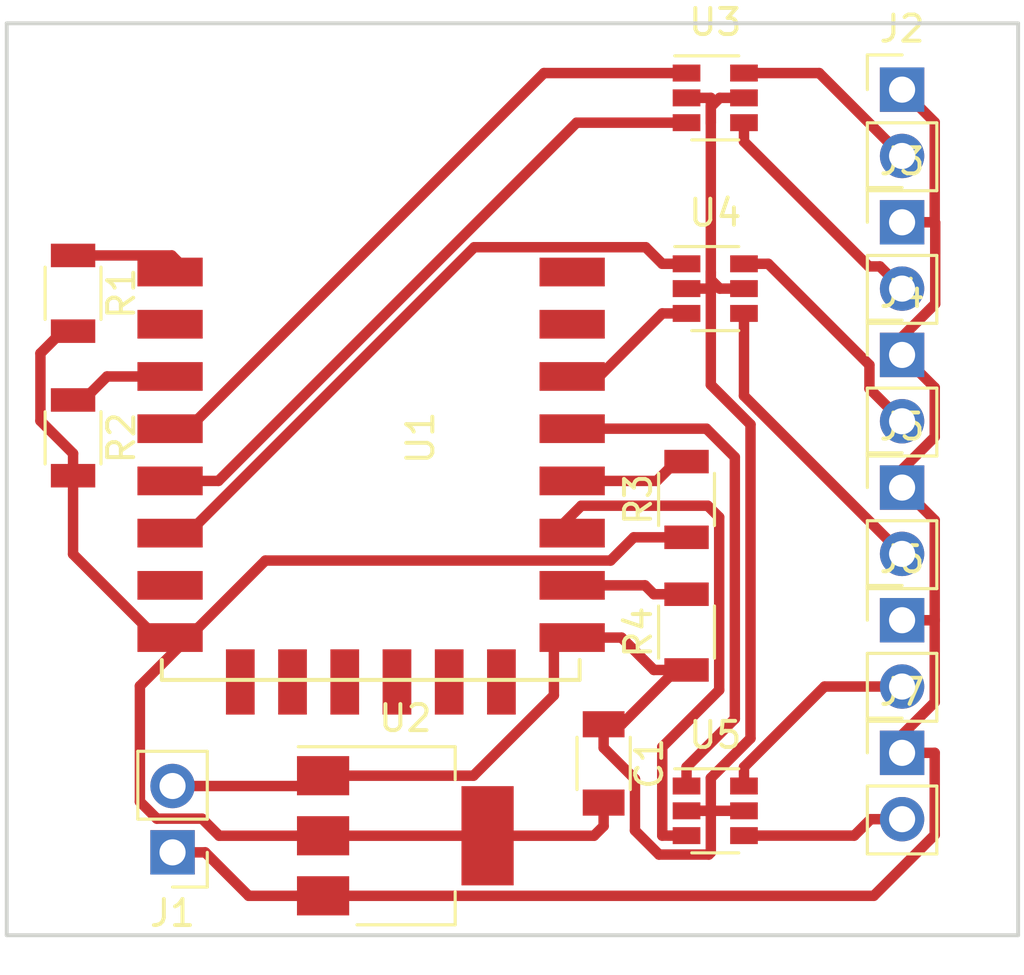
<source format=kicad_pcb>
(kicad_pcb (version 4) (host pcbnew 4.0.7-e2-6376~58~ubuntu17.04.1)

  (general
    (links 39)
    (no_connects 3)
    (area 79.625 42.16 119.04762 79.87)
    (thickness 1.6)
    (drawings 4)
    (tracks 140)
    (zones 0)
    (modules 17)
    (nets 30)
  )

  (page A4)
  (layers
    (0 F.Cu signal)
    (31 B.Cu signal)
    (32 B.Adhes user)
    (33 F.Adhes user)
    (34 B.Paste user)
    (35 F.Paste user)
    (36 B.SilkS user)
    (37 F.SilkS user)
    (38 B.Mask user)
    (39 F.Mask user)
    (40 Dwgs.User user)
    (41 Cmts.User user)
    (42 Eco1.User user)
    (43 Eco2.User user)
    (44 Edge.Cuts user)
    (45 Margin user)
    (46 B.CrtYd user)
    (47 F.CrtYd user)
    (48 B.Fab user)
    (49 F.Fab user)
  )

  (setup
    (last_trace_width 0.4)
    (trace_clearance 0.2)
    (zone_clearance 0.508)
    (zone_45_only no)
    (trace_min 0.2)
    (segment_width 0.2)
    (edge_width 0.15)
    (via_size 0.6)
    (via_drill 0.4)
    (via_min_size 0.4)
    (via_min_drill 0.3)
    (uvia_size 0.3)
    (uvia_drill 0.1)
    (uvias_allowed no)
    (uvia_min_size 0.2)
    (uvia_min_drill 0.1)
    (pcb_text_width 0.3)
    (pcb_text_size 1.5 1.5)
    (mod_edge_width 0.15)
    (mod_text_size 1 1)
    (mod_text_width 0.15)
    (pad_size 1.524 1.524)
    (pad_drill 0.762)
    (pad_to_mask_clearance 0.2)
    (aux_axis_origin 80.01 78.105)
    (grid_origin 80.01 78.105)
    (visible_elements FFFFFF7F)
    (pcbplotparams
      (layerselection 0x01000_80000001)
      (usegerberextensions false)
      (excludeedgelayer true)
      (linewidth 0.100000)
      (plotframeref false)
      (viasonmask false)
      (mode 1)
      (useauxorigin false)
      (hpglpennumber 1)
      (hpglpenspeed 20)
      (hpglpendiameter 15)
      (hpglpenoverlay 2)
      (psnegative false)
      (psa4output false)
      (plotreference true)
      (plotvalue true)
      (plotinvisibletext false)
      (padsonsilk false)
      (subtractmaskfromsilk false)
      (outputformat 1)
      (mirror false)
      (drillshape 0)
      (scaleselection 1)
      (outputdirectory ""))
  )

  (net 0 "")
  (net 1 GND)
  (net 2 +3V3)
  (net 3 +12V)
  (net 4 /STRIP1)
  (net 5 /STRIP2)
  (net 6 /STRIP3)
  (net 7 /STRIP4)
  (net 8 /STRIP5)
  (net 9 /STRIP6)
  (net 10 "Net-(R1-Pad1)")
  (net 11 "Net-(R2-Pad1)")
  (net 12 "Net-(R3-Pad2)")
  (net 13 "Net-(R4-Pad2)")
  (net 14 "Net-(U1-Pad2)")
  (net 15 /L4)
  (net 16 /L5)
  (net 17 /L6)
  (net 18 "Net-(U1-Pad7)")
  (net 19 /L3)
  (net 20 /L2)
  (net 21 /L1)
  (net 22 "Net-(U1-Pad15)")
  (net 23 "Net-(U1-Pad16)")
  (net 24 "Net-(U1-Pad17)")
  (net 25 "Net-(U1-Pad18)")
  (net 26 "Net-(U1-Pad19)")
  (net 27 "Net-(U1-Pad20)")
  (net 28 "Net-(U1-Pad21)")
  (net 29 "Net-(U1-Pad22)")

  (net_class Default "This is the default net class."
    (clearance 0.2)
    (trace_width 0.4)
    (via_dia 0.6)
    (via_drill 0.4)
    (uvia_dia 0.3)
    (uvia_drill 0.1)
    (add_net +12V)
    (add_net +3V3)
    (add_net /L1)
    (add_net /L2)
    (add_net /L3)
    (add_net /L4)
    (add_net /L5)
    (add_net /L6)
    (add_net /STRIP1)
    (add_net /STRIP2)
    (add_net /STRIP3)
    (add_net /STRIP4)
    (add_net /STRIP5)
    (add_net /STRIP6)
    (add_net GND)
    (add_net "Net-(R1-Pad1)")
    (add_net "Net-(R2-Pad1)")
    (add_net "Net-(R3-Pad2)")
    (add_net "Net-(R4-Pad2)")
    (add_net "Net-(U1-Pad15)")
    (add_net "Net-(U1-Pad16)")
    (add_net "Net-(U1-Pad17)")
    (add_net "Net-(U1-Pad18)")
    (add_net "Net-(U1-Pad19)")
    (add_net "Net-(U1-Pad2)")
    (add_net "Net-(U1-Pad20)")
    (add_net "Net-(U1-Pad21)")
    (add_net "Net-(U1-Pad22)")
    (add_net "Net-(U1-Pad7)")
  )

  (module Capacitors_SMD:C_1206 (layer F.Cu) (tedit 58AA84B8) (tstamp 59BC1746)
    (at 102.87 71.525 270)
    (descr "Capacitor SMD 1206, reflow soldering, AVX (see smccp.pdf)")
    (tags "capacitor 1206")
    (path /59BAF594)
    (attr smd)
    (fp_text reference C1 (at 0 -1.75 270) (layer F.SilkS)
      (effects (font (size 1 1) (thickness 0.15)))
    )
    (fp_text value 100n (at 0 2 270) (layer F.Fab)
      (effects (font (size 1 1) (thickness 0.15)))
    )
    (fp_text user %R (at 0 -1.75 270) (layer F.Fab)
      (effects (font (size 1 1) (thickness 0.15)))
    )
    (fp_line (start -1.6 0.8) (end -1.6 -0.8) (layer F.Fab) (width 0.1))
    (fp_line (start 1.6 0.8) (end -1.6 0.8) (layer F.Fab) (width 0.1))
    (fp_line (start 1.6 -0.8) (end 1.6 0.8) (layer F.Fab) (width 0.1))
    (fp_line (start -1.6 -0.8) (end 1.6 -0.8) (layer F.Fab) (width 0.1))
    (fp_line (start 1 -1.02) (end -1 -1.02) (layer F.SilkS) (width 0.12))
    (fp_line (start -1 1.02) (end 1 1.02) (layer F.SilkS) (width 0.12))
    (fp_line (start -2.25 -1.05) (end 2.25 -1.05) (layer F.CrtYd) (width 0.05))
    (fp_line (start -2.25 -1.05) (end -2.25 1.05) (layer F.CrtYd) (width 0.05))
    (fp_line (start 2.25 1.05) (end 2.25 -1.05) (layer F.CrtYd) (width 0.05))
    (fp_line (start 2.25 1.05) (end -2.25 1.05) (layer F.CrtYd) (width 0.05))
    (pad 1 smd rect (at -1.5 0 270) (size 1 1.6) (layers F.Cu F.Paste F.Mask)
      (net 1 GND))
    (pad 2 smd rect (at 1.5 0 270) (size 1 1.6) (layers F.Cu F.Paste F.Mask)
      (net 2 +3V3))
    (model Capacitors_SMD.3dshapes/C_1206.wrl
      (at (xyz 0 0 0))
      (scale (xyz 1 1 1))
      (rotate (xyz 0 0 0))
    )
  )

  (module Socket_Strips:Socket_Strip_Straight_1x02_Pitch2.54mm (layer F.Cu) (tedit 58CD5446) (tstamp 59BC174C)
    (at 86.36 74.93 180)
    (descr "Through hole straight socket strip, 1x02, 2.54mm pitch, single row")
    (tags "Through hole socket strip THT 1x02 2.54mm single row")
    (path /59BB092F)
    (fp_text reference J1 (at 0 -2.33 180) (layer F.SilkS)
      (effects (font (size 1 1) (thickness 0.15)))
    )
    (fp_text value Conn_01x02 (at 0 4.87 180) (layer F.Fab)
      (effects (font (size 1 1) (thickness 0.15)))
    )
    (fp_line (start -1.27 -1.27) (end -1.27 3.81) (layer F.Fab) (width 0.1))
    (fp_line (start -1.27 3.81) (end 1.27 3.81) (layer F.Fab) (width 0.1))
    (fp_line (start 1.27 3.81) (end 1.27 -1.27) (layer F.Fab) (width 0.1))
    (fp_line (start 1.27 -1.27) (end -1.27 -1.27) (layer F.Fab) (width 0.1))
    (fp_line (start -1.33 1.27) (end -1.33 3.87) (layer F.SilkS) (width 0.12))
    (fp_line (start -1.33 3.87) (end 1.33 3.87) (layer F.SilkS) (width 0.12))
    (fp_line (start 1.33 3.87) (end 1.33 1.27) (layer F.SilkS) (width 0.12))
    (fp_line (start 1.33 1.27) (end -1.33 1.27) (layer F.SilkS) (width 0.12))
    (fp_line (start -1.33 0) (end -1.33 -1.33) (layer F.SilkS) (width 0.12))
    (fp_line (start -1.33 -1.33) (end 0 -1.33) (layer F.SilkS) (width 0.12))
    (fp_line (start -1.8 -1.8) (end -1.8 4.35) (layer F.CrtYd) (width 0.05))
    (fp_line (start -1.8 4.35) (end 1.8 4.35) (layer F.CrtYd) (width 0.05))
    (fp_line (start 1.8 4.35) (end 1.8 -1.8) (layer F.CrtYd) (width 0.05))
    (fp_line (start 1.8 -1.8) (end -1.8 -1.8) (layer F.CrtYd) (width 0.05))
    (fp_text user %R (at 0 -2.33 180) (layer F.Fab)
      (effects (font (size 1 1) (thickness 0.15)))
    )
    (pad 1 thru_hole rect (at 0 0 180) (size 1.7 1.7) (drill 1) (layers *.Cu *.Mask)
      (net 3 +12V))
    (pad 2 thru_hole oval (at 0 2.54 180) (size 1.7 1.7) (drill 1) (layers *.Cu *.Mask)
      (net 1 GND))
    (model ${KISYS3DMOD}/Socket_Strips.3dshapes/Socket_Strip_Straight_1x02_Pitch2.54mm.wrl
      (at (xyz 0 -0.05 0))
      (scale (xyz 1 1 1))
      (rotate (xyz 0 0 270))
    )
  )

  (module Socket_Strips:Socket_Strip_Straight_1x02_Pitch2.54mm (layer F.Cu) (tedit 58CD5446) (tstamp 59BC1752)
    (at 114.3 45.72)
    (descr "Through hole straight socket strip, 1x02, 2.54mm pitch, single row")
    (tags "Through hole socket strip THT 1x02 2.54mm single row")
    (path /59BB00EE)
    (fp_text reference J2 (at 0 -2.33) (layer F.SilkS)
      (effects (font (size 1 1) (thickness 0.15)))
    )
    (fp_text value Conn_01x02 (at 0 4.87) (layer F.Fab)
      (effects (font (size 1 1) (thickness 0.15)))
    )
    (fp_line (start -1.27 -1.27) (end -1.27 3.81) (layer F.Fab) (width 0.1))
    (fp_line (start -1.27 3.81) (end 1.27 3.81) (layer F.Fab) (width 0.1))
    (fp_line (start 1.27 3.81) (end 1.27 -1.27) (layer F.Fab) (width 0.1))
    (fp_line (start 1.27 -1.27) (end -1.27 -1.27) (layer F.Fab) (width 0.1))
    (fp_line (start -1.33 1.27) (end -1.33 3.87) (layer F.SilkS) (width 0.12))
    (fp_line (start -1.33 3.87) (end 1.33 3.87) (layer F.SilkS) (width 0.12))
    (fp_line (start 1.33 3.87) (end 1.33 1.27) (layer F.SilkS) (width 0.12))
    (fp_line (start 1.33 1.27) (end -1.33 1.27) (layer F.SilkS) (width 0.12))
    (fp_line (start -1.33 0) (end -1.33 -1.33) (layer F.SilkS) (width 0.12))
    (fp_line (start -1.33 -1.33) (end 0 -1.33) (layer F.SilkS) (width 0.12))
    (fp_line (start -1.8 -1.8) (end -1.8 4.35) (layer F.CrtYd) (width 0.05))
    (fp_line (start -1.8 4.35) (end 1.8 4.35) (layer F.CrtYd) (width 0.05))
    (fp_line (start 1.8 4.35) (end 1.8 -1.8) (layer F.CrtYd) (width 0.05))
    (fp_line (start 1.8 -1.8) (end -1.8 -1.8) (layer F.CrtYd) (width 0.05))
    (fp_text user %R (at 0 -2.33) (layer F.Fab)
      (effects (font (size 1 1) (thickness 0.15)))
    )
    (pad 1 thru_hole rect (at 0 0) (size 1.7 1.7) (drill 1) (layers *.Cu *.Mask)
      (net 3 +12V))
    (pad 2 thru_hole oval (at 0 2.54) (size 1.7 1.7) (drill 1) (layers *.Cu *.Mask)
      (net 4 /STRIP1))
    (model ${KISYS3DMOD}/Socket_Strips.3dshapes/Socket_Strip_Straight_1x02_Pitch2.54mm.wrl
      (at (xyz 0 -0.05 0))
      (scale (xyz 1 1 1))
      (rotate (xyz 0 0 270))
    )
  )

  (module Socket_Strips:Socket_Strip_Straight_1x02_Pitch2.54mm (layer F.Cu) (tedit 58CD5446) (tstamp 59BC1758)
    (at 114.3 50.8)
    (descr "Through hole straight socket strip, 1x02, 2.54mm pitch, single row")
    (tags "Through hole socket strip THT 1x02 2.54mm single row")
    (path /59BB023A)
    (fp_text reference J3 (at 0 -2.33) (layer F.SilkS)
      (effects (font (size 1 1) (thickness 0.15)))
    )
    (fp_text value Conn_01x02 (at 0 4.87) (layer F.Fab)
      (effects (font (size 1 1) (thickness 0.15)))
    )
    (fp_line (start -1.27 -1.27) (end -1.27 3.81) (layer F.Fab) (width 0.1))
    (fp_line (start -1.27 3.81) (end 1.27 3.81) (layer F.Fab) (width 0.1))
    (fp_line (start 1.27 3.81) (end 1.27 -1.27) (layer F.Fab) (width 0.1))
    (fp_line (start 1.27 -1.27) (end -1.27 -1.27) (layer F.Fab) (width 0.1))
    (fp_line (start -1.33 1.27) (end -1.33 3.87) (layer F.SilkS) (width 0.12))
    (fp_line (start -1.33 3.87) (end 1.33 3.87) (layer F.SilkS) (width 0.12))
    (fp_line (start 1.33 3.87) (end 1.33 1.27) (layer F.SilkS) (width 0.12))
    (fp_line (start 1.33 1.27) (end -1.33 1.27) (layer F.SilkS) (width 0.12))
    (fp_line (start -1.33 0) (end -1.33 -1.33) (layer F.SilkS) (width 0.12))
    (fp_line (start -1.33 -1.33) (end 0 -1.33) (layer F.SilkS) (width 0.12))
    (fp_line (start -1.8 -1.8) (end -1.8 4.35) (layer F.CrtYd) (width 0.05))
    (fp_line (start -1.8 4.35) (end 1.8 4.35) (layer F.CrtYd) (width 0.05))
    (fp_line (start 1.8 4.35) (end 1.8 -1.8) (layer F.CrtYd) (width 0.05))
    (fp_line (start 1.8 -1.8) (end -1.8 -1.8) (layer F.CrtYd) (width 0.05))
    (fp_text user %R (at 0 -2.33) (layer F.Fab)
      (effects (font (size 1 1) (thickness 0.15)))
    )
    (pad 1 thru_hole rect (at 0 0) (size 1.7 1.7) (drill 1) (layers *.Cu *.Mask)
      (net 3 +12V))
    (pad 2 thru_hole oval (at 0 2.54) (size 1.7 1.7) (drill 1) (layers *.Cu *.Mask)
      (net 5 /STRIP2))
    (model ${KISYS3DMOD}/Socket_Strips.3dshapes/Socket_Strip_Straight_1x02_Pitch2.54mm.wrl
      (at (xyz 0 -0.05 0))
      (scale (xyz 1 1 1))
      (rotate (xyz 0 0 270))
    )
  )

  (module Socket_Strips:Socket_Strip_Straight_1x02_Pitch2.54mm (layer F.Cu) (tedit 58CD5446) (tstamp 59BC175E)
    (at 114.3 55.88)
    (descr "Through hole straight socket strip, 1x02, 2.54mm pitch, single row")
    (tags "Through hole socket strip THT 1x02 2.54mm single row")
    (path /59BB0559)
    (fp_text reference J4 (at 0 -2.33) (layer F.SilkS)
      (effects (font (size 1 1) (thickness 0.15)))
    )
    (fp_text value Conn_01x02 (at 0 4.87) (layer F.Fab)
      (effects (font (size 1 1) (thickness 0.15)))
    )
    (fp_line (start -1.27 -1.27) (end -1.27 3.81) (layer F.Fab) (width 0.1))
    (fp_line (start -1.27 3.81) (end 1.27 3.81) (layer F.Fab) (width 0.1))
    (fp_line (start 1.27 3.81) (end 1.27 -1.27) (layer F.Fab) (width 0.1))
    (fp_line (start 1.27 -1.27) (end -1.27 -1.27) (layer F.Fab) (width 0.1))
    (fp_line (start -1.33 1.27) (end -1.33 3.87) (layer F.SilkS) (width 0.12))
    (fp_line (start -1.33 3.87) (end 1.33 3.87) (layer F.SilkS) (width 0.12))
    (fp_line (start 1.33 3.87) (end 1.33 1.27) (layer F.SilkS) (width 0.12))
    (fp_line (start 1.33 1.27) (end -1.33 1.27) (layer F.SilkS) (width 0.12))
    (fp_line (start -1.33 0) (end -1.33 -1.33) (layer F.SilkS) (width 0.12))
    (fp_line (start -1.33 -1.33) (end 0 -1.33) (layer F.SilkS) (width 0.12))
    (fp_line (start -1.8 -1.8) (end -1.8 4.35) (layer F.CrtYd) (width 0.05))
    (fp_line (start -1.8 4.35) (end 1.8 4.35) (layer F.CrtYd) (width 0.05))
    (fp_line (start 1.8 4.35) (end 1.8 -1.8) (layer F.CrtYd) (width 0.05))
    (fp_line (start 1.8 -1.8) (end -1.8 -1.8) (layer F.CrtYd) (width 0.05))
    (fp_text user %R (at 0 -2.33) (layer F.Fab)
      (effects (font (size 1 1) (thickness 0.15)))
    )
    (pad 1 thru_hole rect (at 0 0) (size 1.7 1.7) (drill 1) (layers *.Cu *.Mask)
      (net 3 +12V))
    (pad 2 thru_hole oval (at 0 2.54) (size 1.7 1.7) (drill 1) (layers *.Cu *.Mask)
      (net 6 /STRIP3))
    (model ${KISYS3DMOD}/Socket_Strips.3dshapes/Socket_Strip_Straight_1x02_Pitch2.54mm.wrl
      (at (xyz 0 -0.05 0))
      (scale (xyz 1 1 1))
      (rotate (xyz 0 0 270))
    )
  )

  (module Socket_Strips:Socket_Strip_Straight_1x02_Pitch2.54mm (layer F.Cu) (tedit 58CD5446) (tstamp 59BC1764)
    (at 114.3 60.96)
    (descr "Through hole straight socket strip, 1x02, 2.54mm pitch, single row")
    (tags "Through hole socket strip THT 1x02 2.54mm single row")
    (path /59BB0568)
    (fp_text reference J5 (at 0 -2.33) (layer F.SilkS)
      (effects (font (size 1 1) (thickness 0.15)))
    )
    (fp_text value Conn_01x02 (at 0 4.87) (layer F.Fab)
      (effects (font (size 1 1) (thickness 0.15)))
    )
    (fp_line (start -1.27 -1.27) (end -1.27 3.81) (layer F.Fab) (width 0.1))
    (fp_line (start -1.27 3.81) (end 1.27 3.81) (layer F.Fab) (width 0.1))
    (fp_line (start 1.27 3.81) (end 1.27 -1.27) (layer F.Fab) (width 0.1))
    (fp_line (start 1.27 -1.27) (end -1.27 -1.27) (layer F.Fab) (width 0.1))
    (fp_line (start -1.33 1.27) (end -1.33 3.87) (layer F.SilkS) (width 0.12))
    (fp_line (start -1.33 3.87) (end 1.33 3.87) (layer F.SilkS) (width 0.12))
    (fp_line (start 1.33 3.87) (end 1.33 1.27) (layer F.SilkS) (width 0.12))
    (fp_line (start 1.33 1.27) (end -1.33 1.27) (layer F.SilkS) (width 0.12))
    (fp_line (start -1.33 0) (end -1.33 -1.33) (layer F.SilkS) (width 0.12))
    (fp_line (start -1.33 -1.33) (end 0 -1.33) (layer F.SilkS) (width 0.12))
    (fp_line (start -1.8 -1.8) (end -1.8 4.35) (layer F.CrtYd) (width 0.05))
    (fp_line (start -1.8 4.35) (end 1.8 4.35) (layer F.CrtYd) (width 0.05))
    (fp_line (start 1.8 4.35) (end 1.8 -1.8) (layer F.CrtYd) (width 0.05))
    (fp_line (start 1.8 -1.8) (end -1.8 -1.8) (layer F.CrtYd) (width 0.05))
    (fp_text user %R (at 0 -2.33) (layer F.Fab)
      (effects (font (size 1 1) (thickness 0.15)))
    )
    (pad 1 thru_hole rect (at 0 0) (size 1.7 1.7) (drill 1) (layers *.Cu *.Mask)
      (net 3 +12V))
    (pad 2 thru_hole oval (at 0 2.54) (size 1.7 1.7) (drill 1) (layers *.Cu *.Mask)
      (net 7 /STRIP4))
    (model ${KISYS3DMOD}/Socket_Strips.3dshapes/Socket_Strip_Straight_1x02_Pitch2.54mm.wrl
      (at (xyz 0 -0.05 0))
      (scale (xyz 1 1 1))
      (rotate (xyz 0 0 270))
    )
  )

  (module Socket_Strips:Socket_Strip_Straight_1x02_Pitch2.54mm (layer F.Cu) (tedit 58CD5446) (tstamp 59BC176A)
    (at 114.3 66.04)
    (descr "Through hole straight socket strip, 1x02, 2.54mm pitch, single row")
    (tags "Through hole socket strip THT 1x02 2.54mm single row")
    (path /59BB0649)
    (fp_text reference J6 (at 0 -2.33) (layer F.SilkS)
      (effects (font (size 1 1) (thickness 0.15)))
    )
    (fp_text value Conn_01x02 (at 0 4.87) (layer F.Fab)
      (effects (font (size 1 1) (thickness 0.15)))
    )
    (fp_line (start -1.27 -1.27) (end -1.27 3.81) (layer F.Fab) (width 0.1))
    (fp_line (start -1.27 3.81) (end 1.27 3.81) (layer F.Fab) (width 0.1))
    (fp_line (start 1.27 3.81) (end 1.27 -1.27) (layer F.Fab) (width 0.1))
    (fp_line (start 1.27 -1.27) (end -1.27 -1.27) (layer F.Fab) (width 0.1))
    (fp_line (start -1.33 1.27) (end -1.33 3.87) (layer F.SilkS) (width 0.12))
    (fp_line (start -1.33 3.87) (end 1.33 3.87) (layer F.SilkS) (width 0.12))
    (fp_line (start 1.33 3.87) (end 1.33 1.27) (layer F.SilkS) (width 0.12))
    (fp_line (start 1.33 1.27) (end -1.33 1.27) (layer F.SilkS) (width 0.12))
    (fp_line (start -1.33 0) (end -1.33 -1.33) (layer F.SilkS) (width 0.12))
    (fp_line (start -1.33 -1.33) (end 0 -1.33) (layer F.SilkS) (width 0.12))
    (fp_line (start -1.8 -1.8) (end -1.8 4.35) (layer F.CrtYd) (width 0.05))
    (fp_line (start -1.8 4.35) (end 1.8 4.35) (layer F.CrtYd) (width 0.05))
    (fp_line (start 1.8 4.35) (end 1.8 -1.8) (layer F.CrtYd) (width 0.05))
    (fp_line (start 1.8 -1.8) (end -1.8 -1.8) (layer F.CrtYd) (width 0.05))
    (fp_text user %R (at 0 -2.33) (layer F.Fab)
      (effects (font (size 1 1) (thickness 0.15)))
    )
    (pad 1 thru_hole rect (at 0 0) (size 1.7 1.7) (drill 1) (layers *.Cu *.Mask)
      (net 3 +12V))
    (pad 2 thru_hole oval (at 0 2.54) (size 1.7 1.7) (drill 1) (layers *.Cu *.Mask)
      (net 8 /STRIP5))
    (model ${KISYS3DMOD}/Socket_Strips.3dshapes/Socket_Strip_Straight_1x02_Pitch2.54mm.wrl
      (at (xyz 0 -0.05 0))
      (scale (xyz 1 1 1))
      (rotate (xyz 0 0 270))
    )
  )

  (module Socket_Strips:Socket_Strip_Straight_1x02_Pitch2.54mm (layer F.Cu) (tedit 58CD5446) (tstamp 59BC1770)
    (at 114.3 71.12)
    (descr "Through hole straight socket strip, 1x02, 2.54mm pitch, single row")
    (tags "Through hole socket strip THT 1x02 2.54mm single row")
    (path /59BC15ED)
    (fp_text reference J7 (at 0 -2.33) (layer F.SilkS)
      (effects (font (size 1 1) (thickness 0.15)))
    )
    (fp_text value Conn_01x02 (at 0 4.87) (layer F.Fab)
      (effects (font (size 1 1) (thickness 0.15)))
    )
    (fp_line (start -1.27 -1.27) (end -1.27 3.81) (layer F.Fab) (width 0.1))
    (fp_line (start -1.27 3.81) (end 1.27 3.81) (layer F.Fab) (width 0.1))
    (fp_line (start 1.27 3.81) (end 1.27 -1.27) (layer F.Fab) (width 0.1))
    (fp_line (start 1.27 -1.27) (end -1.27 -1.27) (layer F.Fab) (width 0.1))
    (fp_line (start -1.33 1.27) (end -1.33 3.87) (layer F.SilkS) (width 0.12))
    (fp_line (start -1.33 3.87) (end 1.33 3.87) (layer F.SilkS) (width 0.12))
    (fp_line (start 1.33 3.87) (end 1.33 1.27) (layer F.SilkS) (width 0.12))
    (fp_line (start 1.33 1.27) (end -1.33 1.27) (layer F.SilkS) (width 0.12))
    (fp_line (start -1.33 0) (end -1.33 -1.33) (layer F.SilkS) (width 0.12))
    (fp_line (start -1.33 -1.33) (end 0 -1.33) (layer F.SilkS) (width 0.12))
    (fp_line (start -1.8 -1.8) (end -1.8 4.35) (layer F.CrtYd) (width 0.05))
    (fp_line (start -1.8 4.35) (end 1.8 4.35) (layer F.CrtYd) (width 0.05))
    (fp_line (start 1.8 4.35) (end 1.8 -1.8) (layer F.CrtYd) (width 0.05))
    (fp_line (start 1.8 -1.8) (end -1.8 -1.8) (layer F.CrtYd) (width 0.05))
    (fp_text user %R (at 0 -2.33) (layer F.Fab)
      (effects (font (size 1 1) (thickness 0.15)))
    )
    (pad 1 thru_hole rect (at 0 0) (size 1.7 1.7) (drill 1) (layers *.Cu *.Mask)
      (net 3 +12V))
    (pad 2 thru_hole oval (at 0 2.54) (size 1.7 1.7) (drill 1) (layers *.Cu *.Mask)
      (net 9 /STRIP6))
    (model ${KISYS3DMOD}/Socket_Strips.3dshapes/Socket_Strip_Straight_1x02_Pitch2.54mm.wrl
      (at (xyz 0 -0.05 0))
      (scale (xyz 1 1 1))
      (rotate (xyz 0 0 270))
    )
  )

  (module Resistors_SMD:R_1206 (layer F.Cu) (tedit 58E0A804) (tstamp 59BC1776)
    (at 82.55 53.52 270)
    (descr "Resistor SMD 1206, reflow soldering, Vishay (see dcrcw.pdf)")
    (tags "resistor 1206")
    (path /59A66867)
    (attr smd)
    (fp_text reference R1 (at 0 -1.85 270) (layer F.SilkS)
      (effects (font (size 1 1) (thickness 0.15)))
    )
    (fp_text value 10K (at 0 1.95 270) (layer F.Fab)
      (effects (font (size 1 1) (thickness 0.15)))
    )
    (fp_text user %R (at 0 0 270) (layer F.Fab)
      (effects (font (size 0.7 0.7) (thickness 0.105)))
    )
    (fp_line (start -1.6 0.8) (end -1.6 -0.8) (layer F.Fab) (width 0.1))
    (fp_line (start 1.6 0.8) (end -1.6 0.8) (layer F.Fab) (width 0.1))
    (fp_line (start 1.6 -0.8) (end 1.6 0.8) (layer F.Fab) (width 0.1))
    (fp_line (start -1.6 -0.8) (end 1.6 -0.8) (layer F.Fab) (width 0.1))
    (fp_line (start 1 1.07) (end -1 1.07) (layer F.SilkS) (width 0.12))
    (fp_line (start -1 -1.07) (end 1 -1.07) (layer F.SilkS) (width 0.12))
    (fp_line (start -2.15 -1.11) (end 2.15 -1.11) (layer F.CrtYd) (width 0.05))
    (fp_line (start -2.15 -1.11) (end -2.15 1.1) (layer F.CrtYd) (width 0.05))
    (fp_line (start 2.15 1.1) (end 2.15 -1.11) (layer F.CrtYd) (width 0.05))
    (fp_line (start 2.15 1.1) (end -2.15 1.1) (layer F.CrtYd) (width 0.05))
    (pad 1 smd rect (at -1.45 0 270) (size 0.9 1.7) (layers F.Cu F.Paste F.Mask)
      (net 10 "Net-(R1-Pad1)"))
    (pad 2 smd rect (at 1.45 0 270) (size 0.9 1.7) (layers F.Cu F.Paste F.Mask)
      (net 2 +3V3))
    (model ${KISYS3DMOD}/Resistors_SMD.3dshapes/R_1206.wrl
      (at (xyz 0 0 0))
      (scale (xyz 1 1 1))
      (rotate (xyz 0 0 0))
    )
  )

  (module Resistors_SMD:R_1206 (layer F.Cu) (tedit 58E0A804) (tstamp 59BC177C)
    (at 82.55 59.055 270)
    (descr "Resistor SMD 1206, reflow soldering, Vishay (see dcrcw.pdf)")
    (tags "resistor 1206")
    (path /59A668BA)
    (attr smd)
    (fp_text reference R2 (at 0 -1.85 270) (layer F.SilkS)
      (effects (font (size 1 1) (thickness 0.15)))
    )
    (fp_text value 10K (at 0 1.95 270) (layer F.Fab)
      (effects (font (size 1 1) (thickness 0.15)))
    )
    (fp_text user %R (at 0 0 270) (layer F.Fab)
      (effects (font (size 0.7 0.7) (thickness 0.105)))
    )
    (fp_line (start -1.6 0.8) (end -1.6 -0.8) (layer F.Fab) (width 0.1))
    (fp_line (start 1.6 0.8) (end -1.6 0.8) (layer F.Fab) (width 0.1))
    (fp_line (start 1.6 -0.8) (end 1.6 0.8) (layer F.Fab) (width 0.1))
    (fp_line (start -1.6 -0.8) (end 1.6 -0.8) (layer F.Fab) (width 0.1))
    (fp_line (start 1 1.07) (end -1 1.07) (layer F.SilkS) (width 0.12))
    (fp_line (start -1 -1.07) (end 1 -1.07) (layer F.SilkS) (width 0.12))
    (fp_line (start -2.15 -1.11) (end 2.15 -1.11) (layer F.CrtYd) (width 0.05))
    (fp_line (start -2.15 -1.11) (end -2.15 1.1) (layer F.CrtYd) (width 0.05))
    (fp_line (start 2.15 1.1) (end 2.15 -1.11) (layer F.CrtYd) (width 0.05))
    (fp_line (start 2.15 1.1) (end -2.15 1.1) (layer F.CrtYd) (width 0.05))
    (pad 1 smd rect (at -1.45 0 270) (size 0.9 1.7) (layers F.Cu F.Paste F.Mask)
      (net 11 "Net-(R2-Pad1)"))
    (pad 2 smd rect (at 1.45 0 270) (size 0.9 1.7) (layers F.Cu F.Paste F.Mask)
      (net 2 +3V3))
    (model ${KISYS3DMOD}/Resistors_SMD.3dshapes/R_1206.wrl
      (at (xyz 0 0 0))
      (scale (xyz 1 1 1))
      (rotate (xyz 0 0 0))
    )
  )

  (module Resistors_SMD:R_1206 (layer F.Cu) (tedit 58E0A804) (tstamp 59BC1782)
    (at 106.045 61.415 90)
    (descr "Resistor SMD 1206, reflow soldering, Vishay (see dcrcw.pdf)")
    (tags "resistor 1206")
    (path /59A66930)
    (attr smd)
    (fp_text reference R3 (at 0 -1.85 90) (layer F.SilkS)
      (effects (font (size 1 1) (thickness 0.15)))
    )
    (fp_text value 10K (at 0 1.95 90) (layer F.Fab)
      (effects (font (size 1 1) (thickness 0.15)))
    )
    (fp_text user %R (at 0 0 90) (layer F.Fab)
      (effects (font (size 0.7 0.7) (thickness 0.105)))
    )
    (fp_line (start -1.6 0.8) (end -1.6 -0.8) (layer F.Fab) (width 0.1))
    (fp_line (start 1.6 0.8) (end -1.6 0.8) (layer F.Fab) (width 0.1))
    (fp_line (start 1.6 -0.8) (end 1.6 0.8) (layer F.Fab) (width 0.1))
    (fp_line (start -1.6 -0.8) (end 1.6 -0.8) (layer F.Fab) (width 0.1))
    (fp_line (start 1 1.07) (end -1 1.07) (layer F.SilkS) (width 0.12))
    (fp_line (start -1 -1.07) (end 1 -1.07) (layer F.SilkS) (width 0.12))
    (fp_line (start -2.15 -1.11) (end 2.15 -1.11) (layer F.CrtYd) (width 0.05))
    (fp_line (start -2.15 -1.11) (end -2.15 1.1) (layer F.CrtYd) (width 0.05))
    (fp_line (start 2.15 1.1) (end 2.15 -1.11) (layer F.CrtYd) (width 0.05))
    (fp_line (start 2.15 1.1) (end -2.15 1.1) (layer F.CrtYd) (width 0.05))
    (pad 1 smd rect (at -1.45 0 90) (size 0.9 1.7) (layers F.Cu F.Paste F.Mask)
      (net 2 +3V3))
    (pad 2 smd rect (at 1.45 0 90) (size 0.9 1.7) (layers F.Cu F.Paste F.Mask)
      (net 12 "Net-(R3-Pad2)"))
    (model ${KISYS3DMOD}/Resistors_SMD.3dshapes/R_1206.wrl
      (at (xyz 0 0 0))
      (scale (xyz 1 1 1))
      (rotate (xyz 0 0 0))
    )
  )

  (module Resistors_SMD:R_1206 (layer F.Cu) (tedit 58E0A804) (tstamp 59BC1788)
    (at 106.045 66.495 90)
    (descr "Resistor SMD 1206, reflow soldering, Vishay (see dcrcw.pdf)")
    (tags "resistor 1206")
    (path /59A668DF)
    (attr smd)
    (fp_text reference R4 (at 0 -1.85 90) (layer F.SilkS)
      (effects (font (size 1 1) (thickness 0.15)))
    )
    (fp_text value 10K (at 0 1.95 90) (layer F.Fab)
      (effects (font (size 1 1) (thickness 0.15)))
    )
    (fp_text user %R (at 0 0 90) (layer F.Fab)
      (effects (font (size 0.7 0.7) (thickness 0.105)))
    )
    (fp_line (start -1.6 0.8) (end -1.6 -0.8) (layer F.Fab) (width 0.1))
    (fp_line (start 1.6 0.8) (end -1.6 0.8) (layer F.Fab) (width 0.1))
    (fp_line (start 1.6 -0.8) (end 1.6 0.8) (layer F.Fab) (width 0.1))
    (fp_line (start -1.6 -0.8) (end 1.6 -0.8) (layer F.Fab) (width 0.1))
    (fp_line (start 1 1.07) (end -1 1.07) (layer F.SilkS) (width 0.12))
    (fp_line (start -1 -1.07) (end 1 -1.07) (layer F.SilkS) (width 0.12))
    (fp_line (start -2.15 -1.11) (end 2.15 -1.11) (layer F.CrtYd) (width 0.05))
    (fp_line (start -2.15 -1.11) (end -2.15 1.1) (layer F.CrtYd) (width 0.05))
    (fp_line (start 2.15 1.1) (end 2.15 -1.11) (layer F.CrtYd) (width 0.05))
    (fp_line (start 2.15 1.1) (end -2.15 1.1) (layer F.CrtYd) (width 0.05))
    (pad 1 smd rect (at -1.45 0 90) (size 0.9 1.7) (layers F.Cu F.Paste F.Mask)
      (net 1 GND))
    (pad 2 smd rect (at 1.45 0 90) (size 0.9 1.7) (layers F.Cu F.Paste F.Mask)
      (net 13 "Net-(R4-Pad2)"))
    (model ${KISYS3DMOD}/Resistors_SMD.3dshapes/R_1206.wrl
      (at (xyz 0 0 0))
      (scale (xyz 1 1 1))
      (rotate (xyz 0 0 0))
    )
  )

  (module ESP8266:ESP-12E_SMD (layer F.Cu) (tedit 58FB7FFE) (tstamp 59BC17A2)
    (at 86.965 52.705)
    (descr "Module, ESP-8266, ESP-12, 16 pad, SMD")
    (tags "Module ESP-8266 ESP8266")
    (path /59A667DA)
    (fp_text reference U1 (at 8.89 6.35 90) (layer F.SilkS)
      (effects (font (size 1 1) (thickness 0.15)))
    )
    (fp_text value ESP-12E (at 5.08 6.35 90) (layer F.Fab) hide
      (effects (font (size 1 1) (thickness 0.15)))
    )
    (fp_line (start -2.25 -0.5) (end -2.25 -8.75) (layer F.CrtYd) (width 0.05))
    (fp_line (start -2.25 -8.75) (end 15.25 -8.75) (layer F.CrtYd) (width 0.05))
    (fp_line (start 15.25 -8.75) (end 16.25 -8.75) (layer F.CrtYd) (width 0.05))
    (fp_line (start 16.25 -8.75) (end 16.25 16) (layer F.CrtYd) (width 0.05))
    (fp_line (start 16.25 16) (end -2.25 16) (layer F.CrtYd) (width 0.05))
    (fp_line (start -2.25 16) (end -2.25 -0.5) (layer F.CrtYd) (width 0.05))
    (fp_line (start -1.016 -8.382) (end 14.986 -8.382) (layer F.CrtYd) (width 0.1524))
    (fp_line (start 14.986 -8.382) (end 14.986 -0.889) (layer F.CrtYd) (width 0.1524))
    (fp_line (start -1.016 -8.382) (end -1.016 -1.016) (layer F.CrtYd) (width 0.1524))
    (fp_line (start -1.016 14.859) (end -1.016 15.621) (layer F.SilkS) (width 0.1524))
    (fp_line (start -1.016 15.621) (end 14.986 15.621) (layer F.SilkS) (width 0.1524))
    (fp_line (start 14.986 15.621) (end 14.986 14.859) (layer F.SilkS) (width 0.1524))
    (fp_line (start 14.992 -8.4) (end -1.008 -2.6) (layer F.CrtYd) (width 0.1524))
    (fp_line (start -1.008 -8.4) (end 14.992 -2.6) (layer F.CrtYd) (width 0.1524))
    (fp_text user "No Copper" (at 6.892 -5.4) (layer F.CrtYd)
      (effects (font (size 1 1) (thickness 0.15)))
    )
    (fp_line (start -1.008 -2.6) (end 14.992 -2.6) (layer F.CrtYd) (width 0.1524))
    (fp_line (start 15 -8.4) (end 15 15.6) (layer F.Fab) (width 0.05))
    (fp_line (start 14.992 15.6) (end -1.008 15.6) (layer F.Fab) (width 0.05))
    (fp_line (start -1.008 15.6) (end -1.008 -8.4) (layer F.Fab) (width 0.05))
    (fp_line (start -1.008 -8.4) (end 14.992 -8.4) (layer F.Fab) (width 0.05))
    (pad 1 smd rect (at 0 0) (size 2.5 1.1) (drill (offset -0.7 0)) (layers F.Cu F.Paste F.Mask)
      (net 10 "Net-(R1-Pad1)"))
    (pad 2 smd rect (at 0 2) (size 2.5 1.1) (drill (offset -0.7 0)) (layers F.Cu F.Paste F.Mask)
      (net 14 "Net-(U1-Pad2)"))
    (pad 3 smd rect (at 0 4) (size 2.5 1.1) (drill (offset -0.7 0)) (layers F.Cu F.Paste F.Mask)
      (net 11 "Net-(R2-Pad1)"))
    (pad 4 smd rect (at 0 6) (size 2.5 1.1) (drill (offset -0.7 0)) (layers F.Cu F.Paste F.Mask)
      (net 21 /L1))
    (pad 5 smd rect (at 0 8) (size 2.5 1.1) (drill (offset -0.7 0)) (layers F.Cu F.Paste F.Mask)
      (net 20 /L2))
    (pad 6 smd rect (at 0 10) (size 2.5 1.1) (drill (offset -0.7 0)) (layers F.Cu F.Paste F.Mask)
      (net 19 /L3))
    (pad 7 smd rect (at 0 12) (size 2.5 1.1) (drill (offset -0.7 0)) (layers F.Cu F.Paste F.Mask)
      (net 18 "Net-(U1-Pad7)"))
    (pad 8 smd rect (at 0 14) (size 2.5 1.1) (drill (offset -0.7 0)) (layers F.Cu F.Paste F.Mask)
      (net 2 +3V3))
    (pad 9 smd rect (at 14 14) (size 2.5 1.1) (drill (offset 0.7 0)) (layers F.Cu F.Paste F.Mask)
      (net 1 GND))
    (pad 10 smd rect (at 14 12) (size 2.5 1.1) (drill (offset 0.7 0)) (layers F.Cu F.Paste F.Mask)
      (net 13 "Net-(R4-Pad2)"))
    (pad 11 smd rect (at 14 10) (size 2.5 1.1) (drill (offset 0.7 0)) (layers F.Cu F.Paste F.Mask)
      (net 17 /L6))
    (pad 12 smd rect (at 14 8) (size 2.5 1.1) (drill (offset 0.7 0)) (layers F.Cu F.Paste F.Mask)
      (net 12 "Net-(R3-Pad2)"))
    (pad 13 smd rect (at 14 6) (size 2.5 1.1) (drill (offset 0.7 0)) (layers F.Cu F.Paste F.Mask)
      (net 16 /L5))
    (pad 14 smd rect (at 14 4) (size 2.5 1.1) (drill (offset 0.7 0)) (layers F.Cu F.Paste F.Mask)
      (net 15 /L4))
    (pad 15 smd rect (at 14 2) (size 2.5 1.1) (drill (offset 0.7 0)) (layers F.Cu F.Paste F.Mask)
      (net 22 "Net-(U1-Pad15)"))
    (pad 16 smd rect (at 14 0) (size 2.5 1.1) (drill (offset 0.7 0)) (layers F.Cu F.Paste F.Mask)
      (net 23 "Net-(U1-Pad16)"))
    (pad 17 smd rect (at 1.99 15 90) (size 2.5 1.1) (drill (offset -0.7 0)) (layers F.Cu F.Paste F.Mask)
      (net 24 "Net-(U1-Pad17)"))
    (pad 18 smd rect (at 3.99 15 90) (size 2.5 1.1) (drill (offset -0.7 0)) (layers F.Cu F.Paste F.Mask)
      (net 25 "Net-(U1-Pad18)"))
    (pad 19 smd rect (at 5.99 15 90) (size 2.5 1.1) (drill (offset -0.7 0)) (layers F.Cu F.Paste F.Mask)
      (net 26 "Net-(U1-Pad19)"))
    (pad 20 smd rect (at 7.99 15 90) (size 2.5 1.1) (drill (offset -0.7 0)) (layers F.Cu F.Paste F.Mask)
      (net 27 "Net-(U1-Pad20)"))
    (pad 21 smd rect (at 9.99 15 90) (size 2.5 1.1) (drill (offset -0.7 0)) (layers F.Cu F.Paste F.Mask)
      (net 28 "Net-(U1-Pad21)"))
    (pad 22 smd rect (at 11.99 15 90) (size 2.5 1.1) (drill (offset -0.7 0)) (layers F.Cu F.Paste F.Mask)
      (net 29 "Net-(U1-Pad22)"))
    (model ${ESPLIB}/ESP8266.3dshapes/ESP-12.wrl
      (at (xyz 0 0 0))
      (scale (xyz 0.3937 0.3937 0.3937))
      (rotate (xyz 0 0 0))
    )
  )

  (module TO_SOT_Packages_SMD:SOT-223-3Lead_TabPin2 (layer F.Cu) (tedit 58CE4E7E) (tstamp 59BC17AA)
    (at 95.275 74.295)
    (descr "module CMS SOT223 4 pins")
    (tags "CMS SOT")
    (path /59BAF49D)
    (attr smd)
    (fp_text reference U2 (at 0 -4.5) (layer F.SilkS)
      (effects (font (size 1 1) (thickness 0.15)))
    )
    (fp_text value AP1117-33 (at 0 4.5) (layer F.Fab)
      (effects (font (size 1 1) (thickness 0.15)))
    )
    (fp_text user %R (at 0 0 90) (layer F.Fab)
      (effects (font (size 0.8 0.8) (thickness 0.12)))
    )
    (fp_line (start 1.91 3.41) (end 1.91 2.15) (layer F.SilkS) (width 0.12))
    (fp_line (start 1.91 -3.41) (end 1.91 -2.15) (layer F.SilkS) (width 0.12))
    (fp_line (start 4.4 -3.6) (end -4.4 -3.6) (layer F.CrtYd) (width 0.05))
    (fp_line (start 4.4 3.6) (end 4.4 -3.6) (layer F.CrtYd) (width 0.05))
    (fp_line (start -4.4 3.6) (end 4.4 3.6) (layer F.CrtYd) (width 0.05))
    (fp_line (start -4.4 -3.6) (end -4.4 3.6) (layer F.CrtYd) (width 0.05))
    (fp_line (start -1.85 -2.35) (end -0.85 -3.35) (layer F.Fab) (width 0.1))
    (fp_line (start -1.85 -2.35) (end -1.85 3.35) (layer F.Fab) (width 0.1))
    (fp_line (start -1.85 3.41) (end 1.91 3.41) (layer F.SilkS) (width 0.12))
    (fp_line (start -0.85 -3.35) (end 1.85 -3.35) (layer F.Fab) (width 0.1))
    (fp_line (start -4.1 -3.41) (end 1.91 -3.41) (layer F.SilkS) (width 0.12))
    (fp_line (start -1.85 3.35) (end 1.85 3.35) (layer F.Fab) (width 0.1))
    (fp_line (start 1.85 -3.35) (end 1.85 3.35) (layer F.Fab) (width 0.1))
    (pad 2 smd rect (at 3.15 0) (size 2 3.8) (layers F.Cu F.Paste F.Mask)
      (net 2 +3V3))
    (pad 2 smd rect (at -3.15 0) (size 2 1.5) (layers F.Cu F.Paste F.Mask)
      (net 2 +3V3))
    (pad 3 smd rect (at -3.15 2.3) (size 2 1.5) (layers F.Cu F.Paste F.Mask)
      (net 3 +12V))
    (pad 1 smd rect (at -3.15 -2.3) (size 2 1.5) (layers F.Cu F.Paste F.Mask)
      (net 1 GND))
    (model ${KISYS3DMOD}/TO_SOT_Packages_SMD.3dshapes/SOT-223.wrl
      (at (xyz 0 0 0))
      (scale (xyz 1 1 1))
      (rotate (xyz 0 0 0))
    )
  )

  (module TO_SOT_Packages_SMD:SOT-23-6 (layer F.Cu) (tedit 58CE4E7E) (tstamp 59BC17B4)
    (at 107.145 46.035)
    (descr "6-pin SOT-23 package")
    (tags SOT-23-6)
    (path /59BAFFF4)
    (attr smd)
    (fp_text reference U3 (at 0 -2.9) (layer F.SilkS)
      (effects (font (size 1 1) (thickness 0.15)))
    )
    (fp_text value IRF5852 (at 0 2.9) (layer F.Fab)
      (effects (font (size 1 1) (thickness 0.15)))
    )
    (fp_text user %R (at 0 0 90) (layer F.Fab)
      (effects (font (size 0.5 0.5) (thickness 0.075)))
    )
    (fp_line (start -0.9 1.61) (end 0.9 1.61) (layer F.SilkS) (width 0.12))
    (fp_line (start 0.9 -1.61) (end -1.55 -1.61) (layer F.SilkS) (width 0.12))
    (fp_line (start 1.9 -1.8) (end -1.9 -1.8) (layer F.CrtYd) (width 0.05))
    (fp_line (start 1.9 1.8) (end 1.9 -1.8) (layer F.CrtYd) (width 0.05))
    (fp_line (start -1.9 1.8) (end 1.9 1.8) (layer F.CrtYd) (width 0.05))
    (fp_line (start -1.9 -1.8) (end -1.9 1.8) (layer F.CrtYd) (width 0.05))
    (fp_line (start -0.9 -0.9) (end -0.25 -1.55) (layer F.Fab) (width 0.1))
    (fp_line (start 0.9 -1.55) (end -0.25 -1.55) (layer F.Fab) (width 0.1))
    (fp_line (start -0.9 -0.9) (end -0.9 1.55) (layer F.Fab) (width 0.1))
    (fp_line (start 0.9 1.55) (end -0.9 1.55) (layer F.Fab) (width 0.1))
    (fp_line (start 0.9 -1.55) (end 0.9 1.55) (layer F.Fab) (width 0.1))
    (pad 1 smd rect (at -1.1 -0.95) (size 1.06 0.65) (layers F.Cu F.Paste F.Mask)
      (net 21 /L1))
    (pad 2 smd rect (at -1.1 0) (size 1.06 0.65) (layers F.Cu F.Paste F.Mask)
      (net 1 GND))
    (pad 3 smd rect (at -1.1 0.95) (size 1.06 0.65) (layers F.Cu F.Paste F.Mask)
      (net 20 /L2))
    (pad 4 smd rect (at 1.1 0.95) (size 1.06 0.65) (layers F.Cu F.Paste F.Mask)
      (net 5 /STRIP2))
    (pad 6 smd rect (at 1.1 -0.95) (size 1.06 0.65) (layers F.Cu F.Paste F.Mask)
      (net 4 /STRIP1))
    (pad 5 smd rect (at 1.1 0) (size 1.06 0.65) (layers F.Cu F.Paste F.Mask)
      (net 1 GND))
    (model ${KISYS3DMOD}/TO_SOT_Packages_SMD.3dshapes/SOT-23-6.wrl
      (at (xyz 0 0 0))
      (scale (xyz 1 1 1))
      (rotate (xyz 0 0 0))
    )
  )

  (module TO_SOT_Packages_SMD:SOT-23-6 (layer F.Cu) (tedit 58CE4E7E) (tstamp 59BC17BE)
    (at 107.145 53.34)
    (descr "6-pin SOT-23 package")
    (tags SOT-23-6)
    (path /59BB0553)
    (attr smd)
    (fp_text reference U4 (at 0 -2.9) (layer F.SilkS)
      (effects (font (size 1 1) (thickness 0.15)))
    )
    (fp_text value IRF5852 (at 0 2.9) (layer F.Fab)
      (effects (font (size 1 1) (thickness 0.15)))
    )
    (fp_text user %R (at 0 0 90) (layer F.Fab)
      (effects (font (size 0.5 0.5) (thickness 0.075)))
    )
    (fp_line (start -0.9 1.61) (end 0.9 1.61) (layer F.SilkS) (width 0.12))
    (fp_line (start 0.9 -1.61) (end -1.55 -1.61) (layer F.SilkS) (width 0.12))
    (fp_line (start 1.9 -1.8) (end -1.9 -1.8) (layer F.CrtYd) (width 0.05))
    (fp_line (start 1.9 1.8) (end 1.9 -1.8) (layer F.CrtYd) (width 0.05))
    (fp_line (start -1.9 1.8) (end 1.9 1.8) (layer F.CrtYd) (width 0.05))
    (fp_line (start -1.9 -1.8) (end -1.9 1.8) (layer F.CrtYd) (width 0.05))
    (fp_line (start -0.9 -0.9) (end -0.25 -1.55) (layer F.Fab) (width 0.1))
    (fp_line (start 0.9 -1.55) (end -0.25 -1.55) (layer F.Fab) (width 0.1))
    (fp_line (start -0.9 -0.9) (end -0.9 1.55) (layer F.Fab) (width 0.1))
    (fp_line (start 0.9 1.55) (end -0.9 1.55) (layer F.Fab) (width 0.1))
    (fp_line (start 0.9 -1.55) (end 0.9 1.55) (layer F.Fab) (width 0.1))
    (pad 1 smd rect (at -1.1 -0.95) (size 1.06 0.65) (layers F.Cu F.Paste F.Mask)
      (net 19 /L3))
    (pad 2 smd rect (at -1.1 0) (size 1.06 0.65) (layers F.Cu F.Paste F.Mask)
      (net 1 GND))
    (pad 3 smd rect (at -1.1 0.95) (size 1.06 0.65) (layers F.Cu F.Paste F.Mask)
      (net 15 /L4))
    (pad 4 smd rect (at 1.1 0.95) (size 1.06 0.65) (layers F.Cu F.Paste F.Mask)
      (net 7 /STRIP4))
    (pad 6 smd rect (at 1.1 -0.95) (size 1.06 0.65) (layers F.Cu F.Paste F.Mask)
      (net 6 /STRIP3))
    (pad 5 smd rect (at 1.1 0) (size 1.06 0.65) (layers F.Cu F.Paste F.Mask)
      (net 1 GND))
    (model ${KISYS3DMOD}/TO_SOT_Packages_SMD.3dshapes/SOT-23-6.wrl
      (at (xyz 0 0 0))
      (scale (xyz 1 1 1))
      (rotate (xyz 0 0 0))
    )
  )

  (module TO_SOT_Packages_SMD:SOT-23-6 (layer F.Cu) (tedit 58CE4E7E) (tstamp 59BC17C8)
    (at 107.145 73.34)
    (descr "6-pin SOT-23 package")
    (tags SOT-23-6)
    (path /59BB0643)
    (attr smd)
    (fp_text reference U5 (at 0 -2.9) (layer F.SilkS)
      (effects (font (size 1 1) (thickness 0.15)))
    )
    (fp_text value IRF5852 (at 0 2.9) (layer F.Fab)
      (effects (font (size 1 1) (thickness 0.15)))
    )
    (fp_text user %R (at 0 0 90) (layer F.Fab)
      (effects (font (size 0.5 0.5) (thickness 0.075)))
    )
    (fp_line (start -0.9 1.61) (end 0.9 1.61) (layer F.SilkS) (width 0.12))
    (fp_line (start 0.9 -1.61) (end -1.55 -1.61) (layer F.SilkS) (width 0.12))
    (fp_line (start 1.9 -1.8) (end -1.9 -1.8) (layer F.CrtYd) (width 0.05))
    (fp_line (start 1.9 1.8) (end 1.9 -1.8) (layer F.CrtYd) (width 0.05))
    (fp_line (start -1.9 1.8) (end 1.9 1.8) (layer F.CrtYd) (width 0.05))
    (fp_line (start -1.9 -1.8) (end -1.9 1.8) (layer F.CrtYd) (width 0.05))
    (fp_line (start -0.9 -0.9) (end -0.25 -1.55) (layer F.Fab) (width 0.1))
    (fp_line (start 0.9 -1.55) (end -0.25 -1.55) (layer F.Fab) (width 0.1))
    (fp_line (start -0.9 -0.9) (end -0.9 1.55) (layer F.Fab) (width 0.1))
    (fp_line (start 0.9 1.55) (end -0.9 1.55) (layer F.Fab) (width 0.1))
    (fp_line (start 0.9 -1.55) (end 0.9 1.55) (layer F.Fab) (width 0.1))
    (pad 1 smd rect (at -1.1 -0.95) (size 1.06 0.65) (layers F.Cu F.Paste F.Mask)
      (net 16 /L5))
    (pad 2 smd rect (at -1.1 0) (size 1.06 0.65) (layers F.Cu F.Paste F.Mask)
      (net 1 GND))
    (pad 3 smd rect (at -1.1 0.95) (size 1.06 0.65) (layers F.Cu F.Paste F.Mask)
      (net 17 /L6))
    (pad 4 smd rect (at 1.1 0.95) (size 1.06 0.65) (layers F.Cu F.Paste F.Mask)
      (net 9 /STRIP6))
    (pad 6 smd rect (at 1.1 -0.95) (size 1.06 0.65) (layers F.Cu F.Paste F.Mask)
      (net 8 /STRIP5))
    (pad 5 smd rect (at 1.1 0) (size 1.06 0.65) (layers F.Cu F.Paste F.Mask)
      (net 1 GND))
    (model ${KISYS3DMOD}/TO_SOT_Packages_SMD.3dshapes/SOT-23-6.wrl
      (at (xyz 0 0 0))
      (scale (xyz 1 1 1))
      (rotate (xyz 0 0 0))
    )
  )

  (gr_line (start 80.01 78.105) (end 80.01 43.18) (layer Edge.Cuts) (width 0.15))
  (gr_line (start 118.745 78.105) (end 80.01 78.105) (layer Edge.Cuts) (width 0.15))
  (gr_line (start 118.745 43.18) (end 118.745 78.105) (layer Edge.Cuts) (width 0.15))
  (gr_line (start 80.01 43.18) (end 118.745 43.18) (layer Edge.Cuts) (width 0.15))

  (segment (start 106.975001 73.340001) (end 106.975001 72.084997) (width 0.4) (layer F.Cu) (net 1))
  (segment (start 106.975001 72.084997) (end 108.495019 70.564979) (width 0.4) (layer F.Cu) (net 1))
  (segment (start 108.495019 70.564979) (end 108.495019 58.543561) (width 0.4) (layer F.Cu) (net 1))
  (segment (start 108.495019 58.543561) (end 106.975001 57.023543) (width 0.4) (layer F.Cu) (net 1))
  (segment (start 106.975001 57.023543) (end 106.975001 53.000001) (width 0.4) (layer F.Cu) (net 1))
  (segment (start 106.045 73.34) (end 106.975001 73.340001) (width 0.4) (layer F.Cu) (net 1))
  (segment (start 106.975001 73.340001) (end 106.975001 74.935001) (width 0.4) (layer F.Cu) (net 1))
  (segment (start 106.975001 74.935001) (end 106.895001 75.015001) (width 0.4) (layer F.Cu) (net 1))
  (segment (start 106.895001 75.015001) (end 104.991459 75.015001) (width 0.4) (layer F.Cu) (net 1))
  (segment (start 104.991459 75.015001) (end 104.070001 74.093543) (width 0.4) (layer F.Cu) (net 1))
  (segment (start 104.070001 74.093543) (end 104.070001 72.125001) (width 0.4) (layer F.Cu) (net 1))
  (segment (start 104.070001 72.125001) (end 102.87 70.925) (width 0.4) (layer F.Cu) (net 1))
  (segment (start 102.87 70.925) (end 102.87 70.025) (width 0.4) (layer F.Cu) (net 1))
  (segment (start 92.125 71.995) (end 97.885002 71.995) (width 0.4) (layer F.Cu) (net 1) (status 10))
  (segment (start 97.885002 71.995) (end 100.965 68.915002) (width 0.4) (layer F.Cu) (net 1))
  (segment (start 100.965 68.915002) (end 100.965 66.705) (width 0.4) (layer F.Cu) (net 1) (status 20))
  (segment (start 106.045 73.34) (end 108.245 73.34) (width 0.4) (layer F.Cu) (net 1) (status 30))
  (segment (start 106.975001 46.99) (end 106.975001 52.705) (width 0.4) (layer F.Cu) (net 1))
  (segment (start 106.975001 52.705) (end 106.975001 53.000001) (width 0.4) (layer F.Cu) (net 1))
  (segment (start 106.045 53.34) (end 106.975001 53.339999) (width 0.4) (layer F.Cu) (net 1) (status 10))
  (segment (start 106.975001 53.339999) (end 106.975001 52.705) (width 0.4) (layer F.Cu) (net 1))
  (segment (start 106.975001 46.374999) (end 106.975001 46.99) (width 0.4) (layer F.Cu) (net 1))
  (segment (start 106.045 46.035) (end 106.975001 46.035001) (width 0.4) (layer F.Cu) (net 1) (status 10))
  (segment (start 106.975001 46.035001) (end 106.975001 46.99) (width 0.4) (layer F.Cu) (net 1))
  (segment (start 108.245 46.035) (end 107.315 46.035) (width 0.4) (layer F.Cu) (net 1) (status 10))
  (segment (start 107.315 46.035) (end 106.975001 46.374999) (width 0.4) (layer F.Cu) (net 1))
  (segment (start 106.975001 53.000001) (end 107.315 53.34) (width 0.4) (layer F.Cu) (net 1))
  (segment (start 107.315 53.34) (end 108.245 53.34) (width 0.4) (layer F.Cu) (net 1) (status 20))
  (segment (start 106.045 67.945) (end 104.795 67.945) (width 0.4) (layer F.Cu) (net 1) (status 10))
  (segment (start 104.795 67.945) (end 103.555 66.705) (width 0.4) (layer F.Cu) (net 1))
  (segment (start 103.555 66.705) (end 100.965 66.705) (width 0.4) (layer F.Cu) (net 1) (status 20))
  (segment (start 102.87 70.025) (end 103.565 70.025) (width 0.4) (layer F.Cu) (net 1) (status 30))
  (segment (start 105.645 67.945) (end 106.045 67.945) (width 0.4) (layer F.Cu) (net 1) (status 30))
  (segment (start 103.565 70.025) (end 105.645 67.945) (width 0.4) (layer F.Cu) (net 1) (status 30))
  (segment (start 86.36 72.39) (end 91.73 72.39) (width 0.4) (layer F.Cu) (net 1) (status 30))
  (segment (start 91.73 72.39) (end 92.125 71.995) (width 0.4) (layer F.Cu) (net 1) (status 30))
  (segment (start 92.125 74.295) (end 98.425 74.295) (width 0.4) (layer F.Cu) (net 2))
  (segment (start 82.55 60.505) (end 82.55 63.510002) (width 0.4) (layer F.Cu) (net 2) (status 10))
  (segment (start 82.55 63.510002) (end 85.744998 66.705) (width 0.4) (layer F.Cu) (net 2) (status 20))
  (segment (start 85.744998 66.705) (end 86.965 66.705) (width 0.4) (layer F.Cu) (net 2) (status 30))
  (segment (start 82.55 60.505) (end 82.55 59.655) (width 0.4) (layer F.Cu) (net 2) (status 10))
  (segment (start 81.299999 58.404999) (end 81.3 55.82) (width 0.4) (layer F.Cu) (net 2))
  (segment (start 82.55 59.655) (end 81.299999 58.404999) (width 0.4) (layer F.Cu) (net 2))
  (segment (start 81.3 55.82) (end 82.15 54.97) (width 0.4) (layer F.Cu) (net 2) (status 20))
  (segment (start 82.15 54.97) (end 82.55 54.97) (width 0.4) (layer F.Cu) (net 2) (status 30))
  (segment (start 98.425 74.295) (end 102.5 74.295) (width 0.4) (layer F.Cu) (net 2) (status 10))
  (segment (start 102.5 74.295) (end 102.87 73.925) (width 0.4) (layer F.Cu) (net 2))
  (segment (start 102.87 73.925) (end 102.87 73.025) (width 0.4) (layer F.Cu) (net 2) (status 20))
  (segment (start 106.045 62.865) (end 104.025002 62.865) (width 0.4) (layer F.Cu) (net 2) (status 10))
  (segment (start 104.025002 62.865) (end 103.135003 63.754999) (width 0.4) (layer F.Cu) (net 2))
  (segment (start 103.135003 63.754999) (end 89.915001 63.754999) (width 0.4) (layer F.Cu) (net 2))
  (segment (start 89.915001 63.754999) (end 86.965 66.705) (width 0.4) (layer F.Cu) (net 2) (status 20))
  (segment (start 92.125 74.295) (end 88.145002 74.295) (width 0.4) (layer F.Cu) (net 2) (status 10))
  (segment (start 85.759999 73.640001) (end 85.109999 72.990001) (width 0.4) (layer F.Cu) (net 2))
  (segment (start 88.145002 74.295) (end 87.490003 73.640001) (width 0.4) (layer F.Cu) (net 2))
  (segment (start 87.490003 73.640001) (end 85.759999 73.640001) (width 0.4) (layer F.Cu) (net 2))
  (segment (start 85.109999 72.990001) (end 85.109999 68.560001) (width 0.4) (layer F.Cu) (net 2))
  (segment (start 85.109999 68.560001) (end 86.965 66.705) (width 0.4) (layer F.Cu) (net 2) (status 20))
  (segment (start 86.36 74.93) (end 87.61 74.93) (width 0.4) (layer F.Cu) (net 3) (status 10))
  (segment (start 87.61 74.93) (end 89.275 76.595) (width 0.4) (layer F.Cu) (net 3))
  (segment (start 89.275 76.595) (end 92.125 76.595) (width 0.4) (layer F.Cu) (net 3) (status 20))
  (segment (start 92.125 76.595) (end 113.215002 76.595) (width 0.4) (layer F.Cu) (net 3) (status 10))
  (segment (start 113.215002 76.595) (end 115.550001 74.260001) (width 0.4) (layer F.Cu) (net 3))
  (segment (start 115.550001 74.260001) (end 115.55 71.12) (width 0.4) (layer F.Cu) (net 3))
  (segment (start 115.55 71.12) (end 114.3 71.12) (width 0.4) (layer F.Cu) (net 3) (status 20))
  (segment (start 114.3 50.8) (end 115.550001 50.799999) (width 0.4) (layer F.Cu) (net 3) (status 10))
  (segment (start 115.550001 46.970001) (end 114.3 45.72) (width 0.4) (layer F.Cu) (net 3) (status 20))
  (segment (start 115.550001 50.799999) (end 115.550001 46.970001) (width 0.4) (layer F.Cu) (net 3))
  (segment (start 114.3 55.88) (end 114.3 55.190002) (width 0.4) (layer F.Cu) (net 3) (status 30))
  (segment (start 114.3 55.190002) (end 115.57 53.920002) (width 0.4) (layer F.Cu) (net 3) (status 10))
  (segment (start 115.57 50.82) (end 115.55 50.8) (width 0.4) (layer F.Cu) (net 3))
  (segment (start 115.57 53.920002) (end 115.57 50.82) (width 0.4) (layer F.Cu) (net 3))
  (segment (start 115.55 50.8) (end 114.3 50.8) (width 0.4) (layer F.Cu) (net 3) (status 20))
  (segment (start 114.3 60.96) (end 114.3 60.270002) (width 0.4) (layer F.Cu) (net 3) (status 30))
  (segment (start 114.3 60.270002) (end 115.550001 59.020001) (width 0.4) (layer F.Cu) (net 3) (status 10))
  (segment (start 115.550001 59.020001) (end 115.550001 57.130001) (width 0.4) (layer F.Cu) (net 3))
  (segment (start 115.550001 57.130001) (end 114.3 55.88) (width 0.4) (layer F.Cu) (net 3) (status 20))
  (segment (start 114.3 66.04) (end 115.550001 66.039999) (width 0.4) (layer F.Cu) (net 3) (status 10))
  (segment (start 115.550001 66.039999) (end 115.550001 62.210001) (width 0.4) (layer F.Cu) (net 3))
  (segment (start 115.550001 62.210001) (end 114.3 60.96) (width 0.4) (layer F.Cu) (net 3) (status 20))
  (segment (start 114.3 71.12) (end 114.3 70.430002) (width 0.4) (layer F.Cu) (net 3) (status 30))
  (segment (start 114.3 70.430002) (end 115.550001 69.180001) (width 0.4) (layer F.Cu) (net 3) (status 10))
  (segment (start 115.550001 69.180001) (end 115.55 66.04) (width 0.4) (layer F.Cu) (net 3))
  (segment (start 115.55 66.04) (end 114.3 66.04) (width 0.4) (layer F.Cu) (net 3) (status 20))
  (segment (start 114.3 48.26) (end 111.125 45.085) (width 0.4) (layer F.Cu) (net 4) (status 10))
  (segment (start 111.125 45.085) (end 108.245 45.085) (width 0.4) (layer F.Cu) (net 4) (status 20))
  (segment (start 114.3 53.34) (end 113.450001 52.490001) (width 0.4) (layer F.Cu) (net 5) (status 10))
  (segment (start 113.450001 52.490001) (end 113.025001 52.490001) (width 0.4) (layer F.Cu) (net 5))
  (segment (start 113.025001 52.490001) (end 108.245 47.71) (width 0.4) (layer F.Cu) (net 5))
  (segment (start 108.245 47.71) (end 108.245 46.985) (width 0.4) (layer F.Cu) (net 5) (status 20))
  (segment (start 114.3 58.42) (end 113.049999 57.169999) (width 0.4) (layer F.Cu) (net 6) (status 10))
  (segment (start 113.049999 57.169999) (end 113.049999 56.264999) (width 0.4) (layer F.Cu) (net 6))
  (segment (start 113.049999 56.264999) (end 109.175 52.39) (width 0.4) (layer F.Cu) (net 6))
  (segment (start 109.175 52.39) (end 108.245 52.39) (width 0.4) (layer F.Cu) (net 6) (status 20))
  (segment (start 114.3 63.5) (end 108.245 57.445) (width 0.4) (layer F.Cu) (net 7) (status 10))
  (segment (start 108.245 57.445) (end 108.245 54.29) (width 0.4) (layer F.Cu) (net 7) (status 20))
  (segment (start 114.3 68.58) (end 111.33 68.58) (width 0.4) (layer F.Cu) (net 8) (status 10))
  (segment (start 111.33 68.58) (end 108.245 71.665) (width 0.4) (layer F.Cu) (net 8))
  (segment (start 108.245 71.665) (end 108.245 72.39) (width 0.4) (layer F.Cu) (net 8) (status 20))
  (segment (start 114.3 73.66) (end 113.097919 73.66) (width 0.4) (layer F.Cu) (net 9) (status 10))
  (segment (start 113.097919 73.66) (end 112.467919 74.29) (width 0.4) (layer F.Cu) (net 9))
  (segment (start 112.467919 74.29) (end 108.245 74.29) (width 0.4) (layer F.Cu) (net 9) (status 20))
  (segment (start 86.965 52.705) (end 86.33 52.07) (width 0.4) (layer F.Cu) (net 10) (status 10))
  (segment (start 86.33 52.07) (end 82.55 52.07) (width 0.4) (layer F.Cu) (net 10) (status 20))
  (segment (start 82.55 57.605) (end 82.95 57.605) (width 0.4) (layer F.Cu) (net 11) (status 30))
  (segment (start 82.95 57.605) (end 83.85 56.705) (width 0.4) (layer F.Cu) (net 11) (status 10))
  (segment (start 83.85 56.705) (end 86.965 56.705) (width 0.4) (layer F.Cu) (net 11) (status 20))
  (segment (start 106.045 59.965) (end 105.645 59.965) (width 0.4) (layer F.Cu) (net 12) (status 30))
  (segment (start 105.645 59.965) (end 104.905 60.705) (width 0.4) (layer F.Cu) (net 12) (status 10))
  (segment (start 104.905 60.705) (end 100.965 60.705) (width 0.4) (layer F.Cu) (net 12) (status 20))
  (segment (start 106.045 65.045) (end 104.795 65.045) (width 0.4) (layer F.Cu) (net 13) (status 10))
  (segment (start 104.795 65.045) (end 104.455 64.705) (width 0.4) (layer F.Cu) (net 13))
  (segment (start 104.455 64.705) (end 100.965 64.705) (width 0.4) (layer F.Cu) (net 13) (status 20))
  (segment (start 100.965 56.705) (end 102.7 56.705) (width 0.4) (layer F.Cu) (net 15) (status 30))
  (segment (start 102.7 56.705) (end 105.115 54.29) (width 0.4) (layer F.Cu) (net 15))
  (segment (start 105.115 54.29) (end 106.045 54.29) (width 0.4) (layer F.Cu) (net 15) (status 20))
  (segment (start 106.045 72.39) (end 106.045 71.665) (width 0.4) (layer F.Cu) (net 16) (status 10))
  (segment (start 106.045 71.665) (end 107.89501 69.81499) (width 0.4) (layer F.Cu) (net 16))
  (segment (start 106.805002 58.705) (end 100.965 58.705) (width 0.4) (layer F.Cu) (net 16) (status 20))
  (segment (start 107.89501 69.81499) (end 107.89501 59.795008) (width 0.4) (layer F.Cu) (net 16))
  (segment (start 107.89501 59.795008) (end 106.805002 58.705) (width 0.4) (layer F.Cu) (net 16))
  (segment (start 102.185002 58.705) (end 100.965 58.705) (width 0.4) (layer F.Cu) (net 16) (status 30))
  (segment (start 106.045 74.29) (end 105.114999 74.289999) (width 0.4) (layer F.Cu) (net 17) (status 10))
  (segment (start 105.114999 74.289999) (end 105.114999 70.895003) (width 0.4) (layer F.Cu) (net 17))
  (segment (start 106.855003 61.655001) (end 102.014999 61.655001) (width 0.4) (layer F.Cu) (net 17))
  (segment (start 105.114999 70.895003) (end 107.295001 68.715001) (width 0.4) (layer F.Cu) (net 17))
  (segment (start 107.295001 68.715001) (end 107.295001 62.094999) (width 0.4) (layer F.Cu) (net 17))
  (segment (start 107.295001 62.094999) (end 106.855003 61.655001) (width 0.4) (layer F.Cu) (net 17))
  (segment (start 102.014999 61.655001) (end 100.965 62.705) (width 0.4) (layer F.Cu) (net 17) (status 20))
  (segment (start 102.185002 62.705) (end 100.965 62.705) (width 0.4) (layer F.Cu) (net 17) (status 30))
  (segment (start 86.965 62.705) (end 97.915001 51.754999) (width 0.4) (layer F.Cu) (net 19) (status 10))
  (segment (start 97.915001 51.754999) (end 104.479999 51.754999) (width 0.4) (layer F.Cu) (net 19))
  (segment (start 104.479999 51.754999) (end 105.115 52.39) (width 0.4) (layer F.Cu) (net 19))
  (segment (start 105.115 52.39) (end 106.045 52.39) (width 0.4) (layer F.Cu) (net 19) (status 20))
  (segment (start 86.965 60.705) (end 88.116458 60.705) (width 0.4) (layer F.Cu) (net 20) (status 10))
  (segment (start 88.116458 60.705) (end 101.836458 46.985) (width 0.4) (layer F.Cu) (net 20))
  (segment (start 101.836458 46.985) (end 106.045 46.985) (width 0.4) (layer F.Cu) (net 20) (status 20))
  (segment (start 86.965 60.705) (end 85.744998 60.705) (width 0.4) (layer F.Cu) (net 20) (status 30))
  (segment (start 86.965 58.705) (end 100.585 45.085) (width 0.4) (layer F.Cu) (net 21) (status 10))
  (segment (start 100.585 45.085) (end 106.045 45.085) (width 0.4) (layer F.Cu) (net 21) (status 20))

)

</source>
